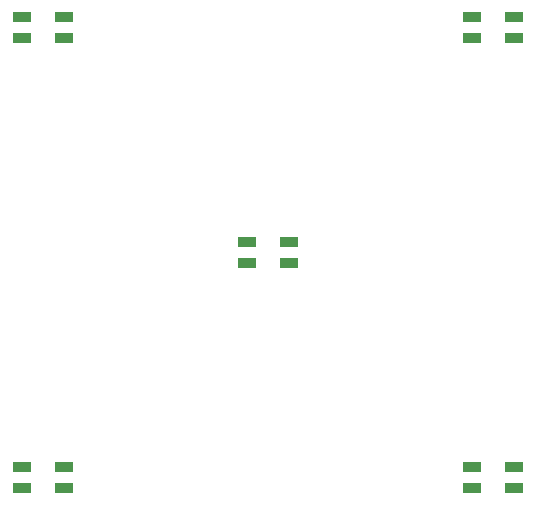
<source format=gbr>
%TF.GenerationSoftware,KiCad,Pcbnew,9.0.6*%
%TF.CreationDate,2026-01-12T21:07:24-05:00*%
%TF.ProjectId,BioPad,42696f50-6164-42e6-9b69-6361645f7063,rev?*%
%TF.SameCoordinates,Original*%
%TF.FileFunction,Paste,Top*%
%TF.FilePolarity,Positive*%
%FSLAX46Y46*%
G04 Gerber Fmt 4.6, Leading zero omitted, Abs format (unit mm)*
G04 Created by KiCad (PCBNEW 9.0.6) date 2026-01-12 21:07:24*
%MOMM*%
%LPD*%
G01*
G04 APERTURE LIST*
%ADD10R,1.600000X0.850000*%
G04 APERTURE END LIST*
D10*
%TO.C,D16*%
X181029000Y-127550000D03*
X181029000Y-129300000D03*
X184529000Y-129300000D03*
X184529000Y-127550000D03*
%TD*%
%TO.C,D17*%
X219129000Y-127550000D03*
X219129000Y-129300000D03*
X222629000Y-129300000D03*
X222629000Y-127550000D03*
%TD*%
%TO.C,D14*%
X184524999Y-91200000D03*
X184524999Y-89450000D03*
X181025001Y-89450000D03*
X181025001Y-91200000D03*
%TD*%
%TO.C,D15*%
X200075000Y-108500000D03*
X200075000Y-110250000D03*
X203575000Y-110250000D03*
X203575000Y-108500000D03*
%TD*%
%TO.C,D1*%
X219125000Y-89450000D03*
X219125000Y-91200000D03*
X222625000Y-91200000D03*
X222625000Y-89450000D03*
%TD*%
M02*

</source>
